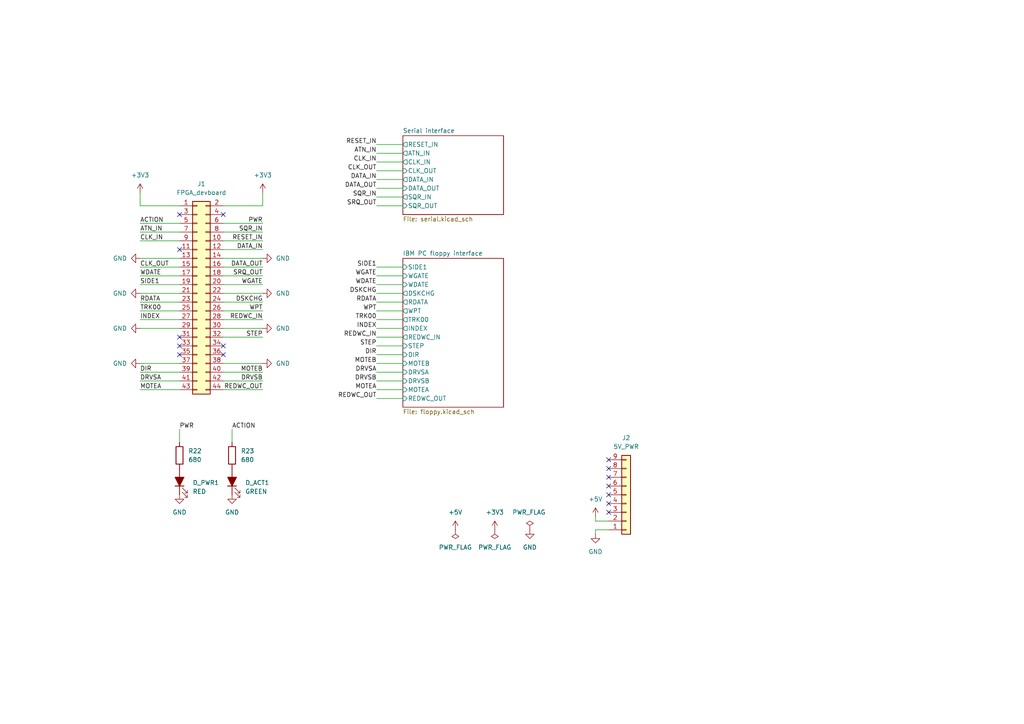
<source format=kicad_sch>
(kicad_sch (version 20211123) (generator eeschema)
  (paper "A4")
  (title_block (title "FPGA - C64 Floppy drive interface board") (company "Weisz Pál"))
  (lib_symbols
    (symbol "Connector_Generic:Conn_01x09" (pin_names (offset 1.016) hide)
      (property "Reference" "J" (at 0 12.7 0))
      (property "Value" "Conn_01x09" (at 0 -12.7 0))
      (symbol "Conn_01x09_1_1"
        (rectangle (start -1.27 -10.033) (end 0 -10.287) (stroke (width 0.1524)))
        (rectangle (start -1.27 -7.493) (end 0 -7.747) (stroke (width 0.1524)))
        (rectangle (start -1.27 -4.953) (end 0 -5.207) (stroke (width 0.1524)))
        (rectangle (start -1.27 -2.413) (end 0 -2.667) (stroke (width 0.1524)))
        (rectangle (start -1.27 0.127) (end 0 -0.127) (stroke (width 0.1524)))
        (rectangle (start -1.27 2.667) (end 0 2.413) (stroke (width 0.1524)))
        (rectangle (start -1.27 5.207) (end 0 4.953) (stroke (width 0.1524)))
        (rectangle (start -1.27 7.747) (end 0 7.493) (stroke (width 0.1524)))
        (rectangle (start -1.27 10.287) (end 0 10.033) (stroke (width 0.1524)))
        (rectangle (start -1.27 11.43) (end 1.27 -11.43) (stroke (width 0.254)) (fill (type background)))
        (pin passive line (at -5.08 10.16 0) (length 3.81) (name "Pin_1") (number "1"))
        (pin passive line (at -5.08 7.62 0) (length 3.81) (name "Pin_2") (number "2"))
        (pin passive line (at -5.08 5.08 0) (length 3.81) (name "Pin_3") (number "3"))
        (pin passive line (at -5.08 2.54 0) (length 3.81) (name "Pin_4") (number "4"))
        (pin passive line (at -5.08 0 0) (length 3.81) (name "Pin_5") (number "5"))
        (pin passive line (at -5.08 -2.54 0) (length 3.81) (name "Pin_6") (number "6"))
        (pin passive line (at -5.08 -5.08 0) (length 3.81) (name "Pin_7") (number "7"))
        (pin passive line (at -5.08 -7.62 0) (length 3.81) (name "Pin_8") (number "8"))
        (pin passive line (at -5.08 -10.16 0) (length 3.81) (name "Pin_9") (number "9"))
      )
    )
    (symbol "Connector_Generic:Conn_02x22_Odd_Even" (pin_names (offset 1.016) hide)
      (property "Reference" "J" (at 1.27 27.94 0))
      (property "Value" "Conn_02x22_Odd_Even" (at 1.27 -30.48 0))
      (symbol "Conn_02x22_Odd_Even_1_1"
        (rectangle (start -1.27 -27.813) (end 0 -28.067) (stroke (width 0.1524)))
        (rectangle (start -1.27 -25.273) (end 0 -25.527) (stroke (width 0.1524)))
        (rectangle (start -1.27 -22.733) (end 0 -22.987) (stroke (width 0.1524)))
        (rectangle (start -1.27 -20.193) (end 0 -20.447) (stroke (width 0.1524)))
        (rectangle (start -1.27 -17.653) (end 0 -17.907) (stroke (width 0.1524)))
        (rectangle (start -1.27 -15.113) (end 0 -15.367) (stroke (width 0.1524)))
        (rectangle (start -1.27 -12.573) (end 0 -12.827) (stroke (width 0.1524)))
        (rectangle (start -1.27 -10.033) (end 0 -10.287) (stroke (width 0.1524)))
        (rectangle (start -1.27 -7.493) (end 0 -7.747) (stroke (width 0.1524)))
        (rectangle (start -1.27 -4.953) (end 0 -5.207) (stroke (width 0.1524)))
        (rectangle (start -1.27 -2.413) (end 0 -2.667) (stroke (width 0.1524)))
        (rectangle (start -1.27 0.127) (end 0 -0.127) (stroke (width 0.1524)))
        (rectangle (start -1.27 2.667) (end 0 2.413) (stroke (width 0.1524)))
        (rectangle (start -1.27 5.207) (end 0 4.953) (stroke (width 0.1524)))
        (rectangle (start -1.27 7.747) (end 0 7.493) (stroke (width 0.1524)))
        (rectangle (start -1.27 10.287) (end 0 10.033) (stroke (width 0.1524)))
        (rectangle (start -1.27 12.827) (end 0 12.573) (stroke (width 0.1524)))
        (rectangle (start -1.27 15.367) (end 0 15.113) (stroke (width 0.1524)))
        (rectangle (start -1.27 17.907) (end 0 17.653) (stroke (width 0.1524)))
        (rectangle (start -1.27 20.447) (end 0 20.193) (stroke (width 0.1524)))
        (rectangle (start -1.27 22.987) (end 0 22.733) (stroke (width 0.1524)))
        (rectangle (start -1.27 25.527) (end 0 25.273) (stroke (width 0.1524)))
        (rectangle (start -1.27 26.67) (end 3.81 -29.21) (stroke (width 0.254)) (fill (type background)))
        (rectangle (start 3.81 -27.813) (end 2.54 -28.067) (stroke (width 0.1524)))
        (rectangle (start 3.81 -25.273) (end 2.54 -25.527) (stroke (width 0.1524)))
        (rectangle (start 3.81 -22.733) (end 2.54 -22.987) (stroke (width 0.1524)))
        (rectangle (start 3.81 -20.193) (end 2.54 -20.447) (stroke (width 0.1524)))
        (rectangle (start 3.81 -17.653) (end 2.54 -17.907) (stroke (width 0.1524)))
        (rectangle (start 3.81 -15.113) (end 2.54 -15.367) (stroke (width 0.1524)))
        (rectangle (start 3.81 -12.573) (end 2.54 -12.827) (stroke (width 0.1524)))
        (rectangle (start 3.81 -10.033) (end 2.54 -10.287) (stroke (width 0.1524)))
        (rectangle (start 3.81 -7.493) (end 2.54 -7.747) (stroke (width 0.1524)))
        (rectangle (start 3.81 -4.953) (end 2.54 -5.207) (stroke (width 0.1524)))
        (rectangle (start 3.81 -2.413) (end 2.54 -2.667) (stroke (width 0.1524)))
        (rectangle (start 3.81 0.127) (end 2.54 -0.127) (stroke (width 0.1524)))
        (rectangle (start 3.81 2.667) (end 2.54 2.413) (stroke (width 0.1524)))
        (rectangle (start 3.81 5.207) (end 2.54 4.953) (stroke (width 0.1524)))
        (rectangle (start 3.81 7.747) (end 2.54 7.493) (stroke (width 0.1524)))
        (rectangle (start 3.81 10.287) (end 2.54 10.033) (stroke (width 0.1524)))
        (rectangle (start 3.81 12.827) (end 2.54 12.573) (stroke (width 0.1524)))
        (rectangle (start 3.81 15.367) (end 2.54 15.113) (stroke (width 0.1524)))
        (rectangle (start 3.81 17.907) (end 2.54 17.653) (stroke (width 0.1524)))
        (rectangle (start 3.81 20.447) (end 2.54 20.193) (stroke (width 0.1524)))
        (rectangle (start 3.81 22.987) (end 2.54 22.733) (stroke (width 0.1524)))
        (rectangle (start 3.81 25.527) (end 2.54 25.273) (stroke (width 0.1524)))
        (pin passive line (at -5.08 25.4 0) (length 3.81) (name "Pin_1") (number "1"))
        (pin passive line (at 7.62 15.24 180) (length 3.81) (name "Pin_10") (number "10"))
        (pin passive line (at -5.08 12.7 0) (length 3.81) (name "Pin_11") (number "11"))
        (pin passive line (at 7.62 12.7 180) (length 3.81) (name "Pin_12") (number "12"))
        (pin passive line (at -5.08 10.16 0) (length 3.81) (name "Pin_13") (number "13"))
        (pin passive line (at 7.62 10.16 180) (length 3.81) (name "Pin_14") (number "14"))
        (pin passive line (at -5.08 7.62 0) (length 3.81) (name "Pin_15") (number "15"))
        (pin passive line (at 7.62 7.62 180) (length 3.81) (name "Pin_16") (number "16"))
        (pin passive line (at -5.08 5.08 0) (length 3.81) (name "Pin_17") (number "17"))
        (pin passive line (at 7.62 5.08 180) (length 3.81) (name "Pin_18") (number "18"))
        (pin passive line (at -5.08 2.54 0) (length 3.81) (name "Pin_19") (number "19"))
        (pin passive line (at 7.62 25.4 180) (length 3.81) (name "Pin_2") (number "2"))
        (pin passive line (at 7.62 2.54 180) (length 3.81) (name "Pin_20") (number "20"))
        (pin passive line (at -5.08 0 0) (length 3.81) (name "Pin_21") (number "21"))
        (pin passive line (at 7.62 0 180) (length 3.81) (name "Pin_22") (number "22"))
        (pin passive line (at -5.08 -2.54 0) (length 3.81) (name "Pin_23") (number "23"))
        (pin passive line (at 7.62 -2.54 180) (length 3.81) (name "Pin_24") (number "24"))
        (pin passive line (at -5.08 -5.08 0) (length 3.81) (name "Pin_25") (number "25"))
        (pin passive line (at 7.62 -5.08 180) (length 3.81) (name "Pin_26") (number "26"))
        (pin passive line (at -5.08 -7.62 0) (length 3.81) (name "Pin_27") (number "27"))
        (pin passive line (at 7.62 -7.62 180) (length 3.81) (name "Pin_28") (number "28"))
        (pin passive line (at -5.08 -10.16 0) (length 3.81) (name "Pin_29") (number "29"))
        (pin passive line (at -5.08 22.86 0) (length 3.81) (name "Pin_3") (number "3"))
        (pin passive line (at 7.62 -10.16 180) (length 3.81) (name "Pin_30") (number "30"))
        (pin passive line (at -5.08 -12.7 0) (length 3.81) (name "Pin_31") (number "31"))
        (pin passive line (at 7.62 -12.7 180) (length 3.81) (name "Pin_32") (number "32"))
        (pin passive line (at -5.08 -15.24 0) (length 3.81) (name "Pin_33") (number "33"))
        (pin passive line (at 7.62 -15.24 180) (length 3.81) (name "Pin_34") (number "34"))
        (pin passive line (at -5.08 -17.78 0) (length 3.81) (name "Pin_35") (number "35"))
        (pin passive line (at 7.62 -17.78 180) (length 3.81) (name "Pin_36") (number "36"))
        (pin passive line (at -5.08 -20.32 0) (length 3.81) (name "Pin_37") (number "37"))
        (pin passive line (at 7.62 -20.32 180) (length 3.81) (name "Pin_38") (number "38"))
        (pin passive line (at -5.08 -22.86 0) (length 3.81) (name "Pin_39") (number "39"))
        (pin passive line (at 7.62 22.86 180) (length 3.81) (name "Pin_4") (number "4"))
        (pin passive line (at 7.62 -22.86 180) (length 3.81) (name "Pin_40") (number "40"))
        (pin passive line (at -5.08 -25.4 0) (length 3.81) (name "Pin_41") (number "41"))
        (pin passive line (at 7.62 -25.4 180) (length 3.81) (name "Pin_42") (number "42"))
        (pin passive line (at -5.08 -27.94 0) (length 3.81) (name "Pin_43") (number "43"))
        (pin passive line (at 7.62 -27.94 180) (length 3.81) (name "Pin_44") (number "44"))
        (pin passive line (at -5.08 20.32 0) (length 3.81) (name "Pin_5") (number "5"))
        (pin passive line (at 7.62 20.32 180) (length 3.81) (name "Pin_6") (number "6"))
        (pin passive line (at -5.08 17.78 0) (length 3.81) (name "Pin_7") (number "7"))
        (pin passive line (at 7.62 17.78 180) (length 3.81) (name "Pin_8") (number "8"))
        (pin passive line (at -5.08 15.24 0) (length 3.81) (name "Pin_9") (number "9"))
      )
    )
    (symbol "Device:LED_Filled" (pin_numbers hide) (pin_names (offset 1.016) hide)
      (property "Reference" "D" (at 0 2.54 0))
      (property "Value" "LED_Filled" (at 0 -2.54 0))
      (symbol "LED_Filled_0_1"
        (polyline (pts (xy -1.27 -1.27) (xy -1.27 1.27)) (stroke (width 0.254)))
        (polyline (pts (xy -1.27 0) (xy 1.27 0)))
        (polyline (pts (xy 1.27 -1.27) (xy 1.27 1.27) (xy -1.27 0) (xy 1.27 -1.27)) (stroke (width 0.254)) (fill (type outline)))
        (polyline (pts (xy -3.048 -0.762) (xy -4.572 -2.286) (xy -3.81 -2.286) (xy -4.572 -2.286) (xy -4.572 -1.524)))
        (polyline (pts (xy -1.778 -0.762) (xy -3.302 -2.286) (xy -2.54 -2.286) (xy -3.302 -2.286) (xy -3.302 -1.524)))
      )
      (symbol "LED_Filled_1_1"
        (pin passive line (at -3.81 0 0) (length 2.54) (name "K") (number "1"))
        (pin passive line (at 3.81 0 180) (length 2.54) (name "A") (number "2"))
      )
    )
    (symbol "Device:R" (pin_numbers hide) (pin_names (offset 0))
      (property "Reference" "R" (at 2.032 0 90))
      (property "Value" "R" (at 0 0 90))
      (symbol "R_0_1"
        (rectangle (start -1.016 -2.54) (end 1.016 2.54) (stroke (width 0.254)))
      )
      (symbol "R_1_1"
        (pin passive line (at 0 3.81 270) (length 1.27) (name "~") (number "1"))
        (pin passive line (at 0 -3.81 90) (length 1.27) (name "~") (number "2"))
      )
    )
    (symbol "power:+3V3" (power) (pin_names (offset 0))
      (property "Value" "+3V3" (at 0 3.556 0))
      (symbol "+3V3_0_1"
        (polyline (pts (xy -0.762 1.27) (xy 0 2.54)))
        (polyline (pts (xy 0 0) (xy 0 2.54)))
        (polyline (pts (xy 0 2.54) (xy 0.762 1.27)))
      )
      (symbol "+3V3_1_1"
        (pin power_in line (at 0 0 90) (length 0) hide (name "+3V3") (number "1"))
      )
    )
    (symbol "power:+5V" (power) (pin_names (offset 0))
      (property "Value" "+5V" (at 0 3.556 0))
      (symbol "+5V_0_1"
        (polyline (pts (xy -0.762 1.27) (xy 0 2.54)))
        (polyline (pts (xy 0 0) (xy 0 2.54)))
        (polyline (pts (xy 0 2.54) (xy 0.762 1.27)))
      )
      (symbol "+5V_1_1"
        (pin power_in line (at 0 0 90) (length 0) hide (name "+5V") (number "1"))
      )
    )
    (symbol "power:GND" (power) (pin_names (offset 0))
      (property "Value" "GND" (at 0 -3.81 0))
      (symbol "GND_0_1"
        (polyline (pts (xy 0 0) (xy 0 -1.27) (xy 1.27 -1.27) (xy 0 -2.54) (xy -1.27 -1.27) (xy 0 -1.27)))
      )
      (symbol "GND_1_1"
        (pin power_in line (at 0 0 270) (length 0) hide (name "GND") (number "1"))
      )
    )
    (symbol "power:PWR_FLAG" (power) (pin_numbers hide) (pin_names (offset 0) hide)
      (property "Value" "PWR_FLAG" (at 0 3.81 0))
      (symbol "PWR_FLAG_0_0"
        (pin power_out line (at 0 0 90) (length 0) (name "pwr") (number "1"))
      )
      (symbol "PWR_FLAG_0_1"
        (polyline (pts (xy 0 0) (xy 0 1.27) (xy -1.016 1.905) (xy 0 2.54) (xy 1.016 1.905) (xy 0 1.27)))
      )
    )
  )
  (no_connect (at 176.53 140.97))
  (no_connect (at 64.77 100.33))
  (no_connect (at 52.07 62.23))
  (no_connect (at 176.53 148.59))
  (no_connect (at 52.07 102.87))
  (no_connect (at 64.77 102.87))
  (no_connect (at 64.77 62.23))
  (no_connect (at 52.07 100.33))
  (no_connect (at 176.53 138.43))
  (no_connect (at 52.07 72.39))
  (no_connect (at 176.53 143.51))
  (no_connect (at 176.53 133.35))
  (no_connect (at 52.07 97.79))
  (no_connect (at 176.53 135.89))
  (no_connect (at 176.53 146.05))
  (wire (pts (xy 52.07 92.71) (xy 40.64 92.71)))
  (wire (pts (xy 76.2 67.31) (xy 64.77 67.31)))
  (wire (pts (xy 109.22 59.69) (xy 116.84 59.69)))
  (wire (pts (xy 109.22 49.53) (xy 116.84 49.53)))
  (wire (pts (xy 109.22 80.01) (xy 116.84 80.01)))
  (wire (pts (xy 52.07 67.31) (xy 40.64 67.31)))
  (wire (pts (xy 76.2 95.25) (xy 64.77 95.25)))
  (wire (pts (xy 76.2 85.09) (xy 64.77 85.09)))
  (wire (pts (xy 76.2 90.17) (xy 64.77 90.17)))
  (wire (pts (xy 172.72 149.86) (xy 172.72 151.13)))
  (wire (pts (xy 109.22 41.91) (xy 116.84 41.91)))
  (wire (pts (xy 76.2 92.71) (xy 64.77 92.71)))
  (wire (pts (xy 76.2 105.41) (xy 64.77 105.41)))
  (wire (pts (xy 76.2 107.95) (xy 64.77 107.95)))
  (wire (pts (xy 109.22 54.61) (xy 116.84 54.61)))
  (wire (pts (xy 109.22 82.55) (xy 116.84 82.55)))
  (wire (pts (xy 172.72 153.67) (xy 176.53 153.67)))
  (wire (pts (xy 109.22 115.57) (xy 116.84 115.57)))
  (wire (pts (xy 40.64 95.25) (xy 52.07 95.25)))
  (wire (pts (xy 40.64 59.69) (xy 40.64 55.88)))
  (wire (pts (xy 109.22 46.99) (xy 116.84 46.99)))
  (wire (pts (xy 109.22 100.33) (xy 116.84 100.33)))
  (wire (pts (xy 52.07 64.77) (xy 40.64 64.77)))
  (wire (pts (xy 52.07 59.69) (xy 40.64 59.69)))
  (wire (pts (xy 109.22 113.03) (xy 116.84 113.03)))
  (wire (pts (xy 109.22 44.45) (xy 116.84 44.45)))
  (wire (pts (xy 172.72 151.13) (xy 176.53 151.13)))
  (wire (pts (xy 76.2 69.85) (xy 64.77 69.85)))
  (wire (pts (xy 109.22 77.47) (xy 116.84 77.47)))
  (wire (pts (xy 76.2 59.69) (xy 64.77 59.69)))
  (wire (pts (xy 109.22 95.25) (xy 116.84 95.25)))
  (wire (pts (xy 109.22 57.15) (xy 116.84 57.15)))
  (wire (pts (xy 109.22 92.71) (xy 116.84 92.71)))
  (wire (pts (xy 76.2 72.39) (xy 64.77 72.39)))
  (wire (pts (xy 52.07 80.01) (xy 40.64 80.01)))
  (wire (pts (xy 109.22 90.17) (xy 116.84 90.17)))
  (wire (pts (xy 67.31 124.46) (xy 67.31 128.27)))
  (wire (pts (xy 76.2 74.93) (xy 64.77 74.93)))
  (wire (pts (xy 109.22 87.63) (xy 116.84 87.63)))
  (wire (pts (xy 52.07 87.63) (xy 40.64 87.63)))
  (wire (pts (xy 40.64 77.47) (xy 52.07 77.47)))
  (wire (pts (xy 109.22 97.79) (xy 116.84 97.79)))
  (wire (pts (xy 76.2 64.77) (xy 64.77 64.77)))
  (wire (pts (xy 52.07 113.03) (xy 40.64 113.03)))
  (wire (pts (xy 172.72 154.94) (xy 172.72 153.67)))
  (wire (pts (xy 52.07 107.95) (xy 40.64 107.95)))
  (wire (pts (xy 109.22 52.07) (xy 116.84 52.07)))
  (wire (pts (xy 109.22 110.49) (xy 116.84 110.49)))
  (wire (pts (xy 76.2 87.63) (xy 64.77 87.63)))
  (wire (pts (xy 76.2 97.79) (xy 64.77 97.79)))
  (wire (pts (xy 40.64 69.85) (xy 52.07 69.85)))
  (wire (pts (xy 40.64 85.09) (xy 52.07 85.09)))
  (wire (pts (xy 76.2 113.03) (xy 64.77 113.03)))
  (wire (pts (xy 52.07 90.17) (xy 40.64 90.17)))
  (wire (pts (xy 109.22 105.41) (xy 116.84 105.41)))
  (wire (pts (xy 52.07 82.55) (xy 40.64 82.55)))
  (wire (pts (xy 76.2 77.47) (xy 64.77 77.47)))
  (wire (pts (xy 52.07 124.46) (xy 52.07 128.27)))
  (wire (pts (xy 52.07 110.49) (xy 40.64 110.49)))
  (wire (pts (xy 40.64 105.41) (xy 52.07 105.41)))
  (wire (pts (xy 109.22 102.87) (xy 116.84 102.87)))
  (wire (pts (xy 76.2 82.55) (xy 64.77 82.55)))
  (wire (pts (xy 76.2 55.88) (xy 76.2 59.69)))
  (wire (pts (xy 76.2 80.01) (xy 64.77 80.01)))
  (wire (pts (xy 40.64 74.93) (xy 52.07 74.93)))
  (wire (pts (xy 109.22 107.95) (xy 116.84 107.95)))
  (wire (pts (xy 76.2 110.49) (xy 64.77 110.49)))
  (wire (pts (xy 109.22 85.09) (xy 116.84 85.09)))
  (label "REDWC_IN" (at 109.22 97.79 180))
  (label "DSKCHG" (at 76.2 87.63 180))
  (label "DIR" (at 109.22 102.87 180))
  (label "WPT" (at 76.2 90.17 180))
  (label "MOTEB" (at 109.22 105.41 180))
  (label "SQR_IN" (at 109.22 57.15 180))
  (label "CLK_IN" (at 40.64 69.85 0))
  (label "INDEX" (at 40.64 92.71 0))
  (label "RDATA" (at 40.64 87.63 0))
  (label "DRVSA" (at 40.64 110.49 0))
  (label "WPT" (at 109.22 90.17 180))
  (label "DATA_OUT" (at 109.22 54.61 180))
  (label "RDATA" (at 109.22 87.63 180))
  (label "SIDE1" (at 40.64 82.55 0))
  (label "STEP" (at 76.2 97.79 180))
  (label "CLK_OUT" (at 40.64 77.47 0))
  (label "DRVSB" (at 109.22 110.49 180))
  (label "ATN_IN" (at 40.64 67.31 0))
  (label "CLK_IN" (at 109.22 46.99 180))
  (label "WDATE" (at 40.64 80.01 0))
  (label "DIR" (at 40.64 107.95 0))
  (label "RESET_IN" (at 76.2 69.85 180))
  (label "WGATE" (at 76.2 82.55 180))
  (label "DSKCHG" (at 109.22 85.09 180))
  (label "DATA_IN" (at 109.22 52.07 180))
  (label "SIDE1" (at 109.22 77.47 180))
  (label "DRVSA" (at 109.22 107.95 180))
  (label "RESET_IN" (at 109.22 41.91 180))
  (label "PWR" (at 52.07 124.46 0))
  (label "INDEX" (at 109.22 95.25 180))
  (label "MOTEA" (at 109.22 113.03 180))
  (label "ATN_IN" (at 109.22 44.45 180))
  (label "ACTION" (at 67.31 124.46 0))
  (label "STEP" (at 109.22 100.33 180))
  (label "SRQ_OUT" (at 76.2 80.01 180))
  (label "PWR" (at 76.2 64.77 180))
  (label "WGATE" (at 109.22 80.01 180))
  (label "DATA_OUT" (at 76.2 77.47 180))
  (label "TRK00" (at 109.22 92.71 180))
  (label "DATA_IN" (at 76.2 72.39 180))
  (label "CLK_OUT" (at 109.22 49.53 180))
  (label "ACTION" (at 40.64 64.77 0))
  (label "TRK00" (at 40.64 90.17 0))
  (label "MOTEA" (at 40.64 113.03 0))
  (label "WDATE" (at 109.22 82.55 180))
  (label "REDWC_OUT" (at 109.22 115.57 180))
  (label "DRVSB" (at 76.2 110.49 180))
  (label "SRQ_OUT" (at 109.22 59.69 180))
  (label "SQR_IN" (at 76.2 67.31 180))
  (label "REDWC_OUT" (at 76.2 113.03 180))
  (label "MOTEB" (at 76.2 107.95 180))
  (label "REDWC_IN" (at 76.2 92.71 180))
  (symbol (lib_id "power:PWR_FLAG") (at 153.67 153.67 0) (unit 1)
    (property "Reference" "#FLG03" (effects hide))
    (property "Value" "PWR_FLAG" (at 148.59 148.59 0) (effects (justify left)))
  )
  (symbol (lib_id "Connector_Generic:Conn_01x09") (at 181.61 143.51 0) (mirror x) (unit 1)
    (property "Reference" "J2" (at 181.61 127 0))
    (property "Value" "5V_PWR" (at 181.61 129.54 0))
    (property "Footprint" "Connector_PinHeader_2.54mm:PinHeader_1x09_P2.54mm_Vertical" (effects hide))
  )
  (symbol (lib_id "power:GND") (at 40.64 95.25 270) (mirror x) (unit 1)
    (property "Reference" "#PWR08" (effects hide))
    (property "Value" "GND" (at 36.83 95.2499 90) (effects (justify right)))
  )
  (symbol (lib_id "power:GND") (at 172.72 154.94 0) (unit 1)
    (property "Reference" "#PWR015" (effects hide))
    (property "Value" "GND" (at 172.72 160.02 0))
  )
  (symbol (lib_id "power:GND") (at 40.64 85.09 270) (mirror x) (unit 1)
    (property "Reference" "#PWR07" (effects hide))
    (property "Value" "GND" (at 36.83 85.0899 90) (effects (justify right)))
  )
  (symbol (lib_id "power:+3V3") (at 40.64 55.88 0) (mirror y) (unit 1)
    (property "Reference" "#PWR010" (effects hide))
    (property "Value" "+3V3" (at 40.64 50.8 0))
  )
  (symbol (lib_id "power:GND") (at 76.2 85.09 90) (mirror x) (unit 1)
    (property "Reference" "#PWR03" (effects hide))
    (property "Value" "GND" (at 80.01 85.0901 90) (effects (justify right)))
  )
  (symbol (lib_id "power:PWR_FLAG") (at 143.51 153.67 180) (unit 1)
    (property "Reference" "#FLG02" (effects hide))
    (property "Value" "PWR_FLAG" (at 143.51 158.75 0))
  )
  (symbol (lib_id "power:GND") (at 76.2 74.93 90) (mirror x) (unit 1)
    (property "Reference" "#PWR02" (effects hide))
    (property "Value" "GND" (at 80.01 74.9301 90) (effects (justify right)))
  )
  (symbol (lib_id "power:GND") (at 40.64 105.41 270) (mirror x) (unit 1)
    (property "Reference" "#PWR09" (effects hide))
    (property "Value" "GND" (at 36.83 105.4099 90) (effects (justify right)))
  )
  (symbol (lib_id "power:GND") (at 52.07 143.51 0) (unit 1)
    (property "Reference" "#PWR056" (effects hide))
    (property "Value" "GND" (at 52.07 148.59 0))
  )
  (symbol (lib_id "power:GND") (at 40.64 74.93 270) (mirror x) (unit 1)
    (property "Reference" "#PWR06" (effects hide))
    (property "Value" "GND" (at 36.83 74.9299 90) (effects (justify right)))
  )
  (symbol (lib_id "power:GND") (at 67.31 143.51 0) (unit 1)
    (property "Reference" "#PWR057" (effects hide))
    (property "Value" "GND" (at 67.31 148.59 0))
  )
  (symbol (lib_id "Device:R") (at 67.31 132.08 0) (unit 1)
    (property "Reference" "R23" (at 69.85 130.8099 0) (effects (justify left)))
    (property "Value" "680" (at 69.85 133.3499 0) (effects (justify left)))
    (property "Footprint" "Resistor_SMD:R_0805_2012Metric_Pad1.20x1.40mm_HandSolder" (effects hide))
  )
  (symbol (lib_id "power:+3V3") (at 143.51 153.67 0) (unit 1)
    (property "Reference" "#PWR012" (effects hide))
    (property "Value" "+3V3" (at 143.51 148.59 0))
  )
  (symbol (lib_id "power:GND") (at 153.67 153.67 0) (unit 1)
    (property "Reference" "#PWR013" (effects hide))
    (property "Value" "GND" (at 153.67 158.75 0))
  )
  (symbol (lib_id "power:PWR_FLAG") (at 132.08 153.67 180) (unit 1)
    (property "Reference" "#FLG01" (effects hide))
    (property "Value" "PWR_FLAG" (at 132.08 158.75 0))
  )
  (symbol (lib_id "power:GND") (at 76.2 95.25 90) (mirror x) (unit 1)
    (property "Reference" "#PWR04" (effects hide))
    (property "Value" "GND" (at 80.01 95.2501 90) (effects (justify right)))
  )
  (symbol (lib_id "Device:R") (at 52.07 132.08 0) (unit 1)
    (property "Reference" "R22" (at 54.61 130.8099 0) (effects (justify left)))
    (property "Value" "680" (at 54.61 133.3499 0) (effects (justify left)))
    (property "Footprint" "Resistor_SMD:R_0805_2012Metric_Pad1.20x1.40mm_HandSolder" (effects hide))
  )
  (symbol (lib_id "power:+5V") (at 132.08 153.67 0) (unit 1)
    (property "Reference" "#PWR011" (effects hide))
    (property "Value" "+5V" (at 132.08 148.59 0))
  )
  (symbol (lib_id "Connector_Generic:Conn_02x22_Odd_Even") (at 57.15 85.09 0) (unit 1)
    (property "Reference" "J1" (at 58.42 53.34 0))
    (property "Value" "FPGA_devboard" (at 58.42 55.88 0))
    (property "Footprint" "Connector_PinSocket_2.54mm:PinSocket_2x22_P2.54mm_Vertical" (effects hide))
  )
  (symbol (lib_id "Device:LED_Filled") (at 52.07 139.7 90) (unit 1)
    (property "Reference" "D_PWR1" (at 55.88 140.0174 90) (effects (justify right)))
    (property "Value" "RED" (at 55.88 142.5574 90) (effects (justify right)))
    (property "Footprint" "LED_SMD:LED_0805_2012Metric_Pad1.15x1.40mm_HandSolder" (effects hide))
  )
  (symbol (lib_id "Device:LED_Filled") (at 67.31 139.7 90) (unit 1)
    (property "Reference" "D_ACT1" (at 71.12 140.0174 90) (effects (justify right)))
    (property "Value" "GREEN" (at 71.12 142.5574 90) (effects (justify right)))
    (property "Footprint" "LED_SMD:LED_0805_2012Metric_Pad1.15x1.40mm_HandSolder" (effects hide))
  )
  (symbol (lib_id "power:GND") (at 76.2 105.41 90) (mirror x) (unit 1)
    (property "Reference" "#PWR05" (effects hide))
    (property "Value" "GND" (at 80.01 105.4101 90) (effects (justify right)))
  )
  (symbol (lib_id "power:+3V3") (at 76.2 55.88 0) (mirror y) (unit 1)
    (property "Reference" "#PWR01" (effects hide))
    (property "Value" "+3V3" (at 76.2 50.8 0))
  )
  (symbol (lib_id "power:+5V") (at 172.72 149.86 0) (unit 1)
    (property "Reference" "#PWR014" (effects hide))
    (property "Value" "+5V" (at 172.72 144.78 0))
  )
  (sheet (at 116.84 39.37) (size 29.21 22.86) (stroke (width 0.1524))
    (property "Sheet name" "Serial interface" (at 116.84 38.6584 0) (effects (justify left bottom)))
    (property "Sheet file" "serial.kicad_sch" (at 116.84 62.8146 0) (effects (justify left top)))
    (pin "CLK_IN" output (at 116.84 46.99 180))
    (pin "CLK_OUT" input (at 116.84 49.53 180))
    (pin "RESET_IN" output (at 116.84 41.91 180))
    (pin "ATN_IN" output (at 116.84 44.45 180))
    (pin "DATA_OUT" input (at 116.84 54.61 180))
    (pin "DATA_IN" output (at 116.84 52.07 180))
    (pin "SQR_OUT" input (at 116.84 59.69 180))
    (pin "SQR_IN" output (at 116.84 57.15 180))
  )
  (sheet (at 116.84 74.93) (size 29.21 43.18) (stroke (width 0.1524))
    (property "Sheet name" "IBM PC floppy interface" (at 116.84 74.2184 0) (effects (justify left bottom)))
    (property "Sheet file" "floppy.kicad_sch" (at 116.84 118.6946 0) (effects (justify left top)))
    (pin "DSKCHG" output (at 116.84 85.09 180))
    (pin "WGATE" input (at 116.84 80.01 180))
    (pin "SIDE1" input (at 116.84 77.47 180))
    (pin "WDATE" input (at 116.84 82.55 180))
    (pin "MOTEB" input (at 116.84 105.41 180))
    (pin "DIR" input (at 116.84 102.87 180))
    (pin "STEP" input (at 116.84 100.33 180))
    (pin "RDATA" output (at 116.84 87.63 180))
    (pin "WPT" output (at 116.84 90.17 180))
    (pin "TRK00" output (at 116.84 92.71 180))
    (pin "INDEX" output (at 116.84 95.25 180))
    (pin "MOTEA" input (at 116.84 113.03 180))
    (pin "DRVSB" input (at 116.84 110.49 180))
    (pin "DRVSA" input (at 116.84 107.95 180))
    (pin "REDWC_OUT" input (at 116.84 115.57 180))
    (pin "REDWC_IN" output (at 116.84 97.79 180))
  )
)
</source>
